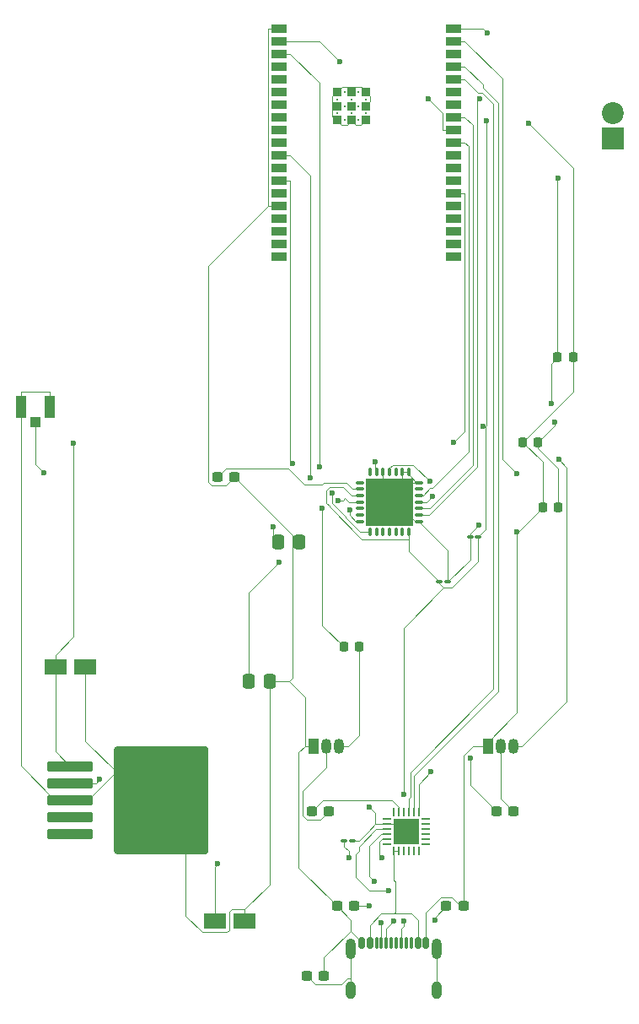
<source format=gbr>
%TF.GenerationSoftware,KiCad,Pcbnew,8.0.4*%
%TF.CreationDate,2025-08-04T00:55:42+05:30*%
%TF.ProjectId,Receiver,52656365-6976-4657-922e-6b696361645f,rev?*%
%TF.SameCoordinates,Original*%
%TF.FileFunction,Copper,L1,Top*%
%TF.FilePolarity,Positive*%
%FSLAX46Y46*%
G04 Gerber Fmt 4.6, Leading zero omitted, Abs format (unit mm)*
G04 Created by KiCad (PCBNEW 8.0.4) date 2025-08-04 00:55:42*
%MOMM*%
%LPD*%
G01*
G04 APERTURE LIST*
G04 Aperture macros list*
%AMRoundRect*
0 Rectangle with rounded corners*
0 $1 Rounding radius*
0 $2 $3 $4 $5 $6 $7 $8 $9 X,Y pos of 4 corners*
0 Add a 4 corners polygon primitive as box body*
4,1,4,$2,$3,$4,$5,$6,$7,$8,$9,$2,$3,0*
0 Add four circle primitives for the rounded corners*
1,1,$1+$1,$2,$3*
1,1,$1+$1,$4,$5*
1,1,$1+$1,$6,$7*
1,1,$1+$1,$8,$9*
0 Add four rect primitives between the rounded corners*
20,1,$1+$1,$2,$3,$4,$5,0*
20,1,$1+$1,$4,$5,$6,$7,0*
20,1,$1+$1,$6,$7,$8,$9,0*
20,1,$1+$1,$8,$9,$2,$3,0*%
G04 Aperture macros list end*
%TA.AperFunction,SMDPad,CuDef*%
%ADD10RoundRect,0.075000X-0.312500X-0.075000X0.312500X-0.075000X0.312500X0.075000X-0.312500X0.075000X0*%
%TD*%
%TA.AperFunction,SMDPad,CuDef*%
%ADD11RoundRect,0.075000X-0.075000X-0.312500X0.075000X-0.312500X0.075000X0.312500X-0.075000X0.312500X0*%
%TD*%
%TA.AperFunction,HeatsinkPad*%
%ADD12R,4.800000X4.800000*%
%TD*%
%TA.AperFunction,SMDPad,CuDef*%
%ADD13RoundRect,0.062500X-0.350000X-0.062500X0.350000X-0.062500X0.350000X0.062500X-0.350000X0.062500X0*%
%TD*%
%TA.AperFunction,SMDPad,CuDef*%
%ADD14RoundRect,0.062500X-0.062500X-0.350000X0.062500X-0.350000X0.062500X0.350000X-0.062500X0.350000X0*%
%TD*%
%TA.AperFunction,HeatsinkPad*%
%ADD15R,2.600000X2.600000*%
%TD*%
%TA.AperFunction,SMDPad,CuDef*%
%ADD16R,1.500000X0.900000*%
%TD*%
%TA.AperFunction,SMDPad,CuDef*%
%ADD17R,0.900000X0.900000*%
%TD*%
%TA.AperFunction,ComponentPad*%
%ADD18C,0.300000*%
%TD*%
%TA.AperFunction,SMDPad,CuDef*%
%ADD19RoundRect,0.250000X-2.050000X-0.300000X2.050000X-0.300000X2.050000X0.300000X-2.050000X0.300000X0*%
%TD*%
%TA.AperFunction,SMDPad,CuDef*%
%ADD20RoundRect,0.250000X-2.025000X-2.375000X2.025000X-2.375000X2.025000X2.375000X-2.025000X2.375000X0*%
%TD*%
%TA.AperFunction,SMDPad,CuDef*%
%ADD21RoundRect,0.250002X-4.449998X-5.149998X4.449998X-5.149998X4.449998X5.149998X-4.449998X5.149998X0*%
%TD*%
%TA.AperFunction,SMDPad,CuDef*%
%ADD22RoundRect,0.237500X0.300000X0.237500X-0.300000X0.237500X-0.300000X-0.237500X0.300000X-0.237500X0*%
%TD*%
%TA.AperFunction,SMDPad,CuDef*%
%ADD23RoundRect,0.237500X-0.300000X-0.237500X0.300000X-0.237500X0.300000X0.237500X-0.300000X0.237500X0*%
%TD*%
%TA.AperFunction,ComponentPad*%
%ADD24R,1.050000X1.500000*%
%TD*%
%TA.AperFunction,ComponentPad*%
%ADD25O,1.050000X1.500000*%
%TD*%
%TA.AperFunction,SMDPad,CuDef*%
%ADD26R,1.050000X1.100000*%
%TD*%
%TA.AperFunction,SMDPad,CuDef*%
%ADD27R,1.100000X2.250000*%
%TD*%
%TA.AperFunction,SMDPad,CuDef*%
%ADD28RoundRect,0.150000X-0.150000X-0.425000X0.150000X-0.425000X0.150000X0.425000X-0.150000X0.425000X0*%
%TD*%
%TA.AperFunction,SMDPad,CuDef*%
%ADD29RoundRect,0.075000X-0.075000X-0.500000X0.075000X-0.500000X0.075000X0.500000X-0.075000X0.500000X0*%
%TD*%
%TA.AperFunction,ComponentPad*%
%ADD30O,1.000000X2.100000*%
%TD*%
%TA.AperFunction,ComponentPad*%
%ADD31O,1.000000X1.800000*%
%TD*%
%TA.AperFunction,ComponentPad*%
%ADD32R,2.200000X2.200000*%
%TD*%
%TA.AperFunction,ComponentPad*%
%ADD33C,2.200000*%
%TD*%
%TA.AperFunction,SMDPad,CuDef*%
%ADD34RoundRect,0.250000X-0.337500X-0.475000X0.337500X-0.475000X0.337500X0.475000X-0.337500X0.475000X0*%
%TD*%
%TA.AperFunction,SMDPad,CuDef*%
%ADD35RoundRect,0.100000X-0.217500X-0.100000X0.217500X-0.100000X0.217500X0.100000X-0.217500X0.100000X0*%
%TD*%
%TA.AperFunction,SMDPad,CuDef*%
%ADD36RoundRect,0.100000X0.217500X0.100000X-0.217500X0.100000X-0.217500X-0.100000X0.217500X-0.100000X0*%
%TD*%
%TA.AperFunction,SMDPad,CuDef*%
%ADD37RoundRect,0.225000X0.225000X0.250000X-0.225000X0.250000X-0.225000X-0.250000X0.225000X-0.250000X0*%
%TD*%
%TA.AperFunction,SMDPad,CuDef*%
%ADD38RoundRect,0.225000X-0.225000X-0.250000X0.225000X-0.250000X0.225000X0.250000X-0.225000X0.250000X0*%
%TD*%
%TA.AperFunction,SMDPad,CuDef*%
%ADD39R,2.200000X1.600000*%
%TD*%
%TA.AperFunction,ViaPad*%
%ADD40C,0.600000*%
%TD*%
%TA.AperFunction,Conductor*%
%ADD41C,0.100000*%
%TD*%
G04 APERTURE END LIST*
D10*
%TO.P,U5,1,RFI_LF*%
%TO.N,unconnected-(U5-RFI_LF-Pad1)*%
X136062500Y-96537500D03*
%TO.P,U5,2,VR_ANA*%
%TO.N,Net-(U5-VR_ANA)*%
X136062500Y-97187500D03*
%TO.P,U5,3,VBAT_ANA*%
%TO.N,Net-(U1-OUT)*%
X136062500Y-97837500D03*
%TO.P,U5,4,VR_DIG*%
%TO.N,Net-(U5-VR_DIG)*%
X136062500Y-98487500D03*
%TO.P,U5,5,XTA*%
%TO.N,unconnected-(U5-XTA-Pad5)*%
X136062500Y-99137500D03*
%TO.P,U5,6,XTB*%
%TO.N,unconnected-(U5-XTB-Pad6)*%
X136062500Y-99787500D03*
%TO.P,U5,7,~{RESET}*%
%TO.N,Net-(U2-IO14)*%
X136062500Y-100437500D03*
D11*
%TO.P,U5,8,DIO0*%
%TO.N,Net-(U2-IO26)*%
X137100000Y-101475000D03*
%TO.P,U5,9,DIO1*%
%TO.N,unconnected-(U5-DIO1-Pad9)*%
X137750000Y-101475000D03*
%TO.P,U5,10,DIO2*%
%TO.N,unconnected-(U5-DIO2-Pad10)*%
X138400000Y-101475000D03*
%TO.P,U5,11,DIO3*%
%TO.N,unconnected-(U5-DIO3-Pad11)*%
X139050000Y-101475000D03*
%TO.P,U5,12,DIO4*%
%TO.N,unconnected-(U5-DIO4-Pad12)*%
X139700000Y-101475000D03*
%TO.P,U5,13,DIO5*%
%TO.N,unconnected-(U5-DIO5-Pad13)*%
X140350000Y-101475000D03*
%TO.P,U5,14,VBAT_DIG*%
%TO.N,Net-(U1-OUT)*%
X141000000Y-101475000D03*
D10*
%TO.P,U5,15,GND*%
%TO.N,GND*%
X142037500Y-100437500D03*
%TO.P,U5,16,SCK*%
%TO.N,Net-(U2-IO18)*%
X142037500Y-99787500D03*
%TO.P,U5,17,MISO*%
%TO.N,Net-(U2-IO19)*%
X142037500Y-99137500D03*
%TO.P,U5,18,MOSI*%
%TO.N,Net-(U2-IO23)*%
X142037500Y-98487500D03*
%TO.P,U5,19,NSS*%
%TO.N,Net-(U2-IO5)*%
X142037500Y-97837500D03*
%TO.P,U5,20,RXTX/RF_MOD*%
%TO.N,unconnected-(U5-RXTX{slash}RF_MOD-Pad20)*%
X142037500Y-97187500D03*
%TO.P,U5,21,GND*%
%TO.N,GND*%
X142037500Y-96537500D03*
D11*
%TO.P,U5,22,GND*%
X141000000Y-95500000D03*
%TO.P,U5,23,GND*%
X140350000Y-95500000D03*
%TO.P,U5,24,VBAT_RF*%
%TO.N,unconnected-(U5-VBAT_RF-Pad24)*%
X139700000Y-95500000D03*
%TO.P,U5,25,VR_PA*%
%TO.N,Net-(U5-VR_PA)*%
X139050000Y-95500000D03*
%TO.P,U5,26,GND*%
%TO.N,GND*%
X138400000Y-95500000D03*
%TO.P,U5,27,PA_BOOST*%
%TO.N,Net-(J5-SIG)*%
X137750000Y-95500000D03*
%TO.P,U5,28,RFO_LF*%
%TO.N,unconnected-(U5-RFO_LF-Pad28)*%
X137100000Y-95500000D03*
D12*
%TO.P,U5,29,GND*%
%TO.N,GND*%
X139050000Y-98487500D03*
%TD*%
D13*
%TO.P,U3,1,~{RI}/CLK*%
%TO.N,unconnected-(U3-~{RI}{slash}CLK-Pad1)*%
X138812500Y-130312500D03*
%TO.P,U3,2,GND*%
%TO.N,GND*%
X138812500Y-130812500D03*
%TO.P,U3,3,D+*%
%TO.N,Net-(U3-D+)*%
X138812500Y-131312500D03*
%TO.P,U3,4,D-*%
%TO.N,Net-(U3-D-)*%
X138812500Y-131812500D03*
%TO.P,U3,5,VIO*%
%TO.N,Net-(U1-OUT)*%
X138812500Y-132312500D03*
%TO.P,U3,6,VDD*%
%TO.N,unconnected-(U3-VDD-Pad6)*%
X138812500Y-132812500D03*
D14*
%TO.P,U3,7,VREGIN*%
%TO.N,Net-(U3-VBUS)*%
X139500000Y-133500000D03*
%TO.P,U3,8,VBUS*%
X140000000Y-133500000D03*
%TO.P,U3,9,~{RST}*%
%TO.N,unconnected-(U3-~{RST}-Pad9)*%
X140500000Y-133500000D03*
%TO.P,U3,10,NC*%
%TO.N,unconnected-(U3-NC-Pad10)*%
X141000000Y-133500000D03*
%TO.P,U3,11,~{WAKEUP}/GPIO.3*%
%TO.N,unconnected-(U3-~{WAKEUP}{slash}GPIO.3-Pad11)*%
X141500000Y-133500000D03*
%TO.P,U3,12,RS485/GPIO.2*%
%TO.N,unconnected-(U3-RS485{slash}GPIO.2-Pad12)*%
X142000000Y-133500000D03*
D13*
%TO.P,U3,13,~{RXT}/GPIO.1*%
%TO.N,unconnected-(U3-~{RXT}{slash}GPIO.1-Pad13)*%
X142687500Y-132812500D03*
%TO.P,U3,14,~{TXT}/GPIO.0*%
%TO.N,unconnected-(U3-~{TXT}{slash}GPIO.0-Pad14)*%
X142687500Y-132312500D03*
%TO.P,U3,15,~{SUSPEND}*%
%TO.N,unconnected-(U3-~{SUSPEND}-Pad15)*%
X142687500Y-131812500D03*
%TO.P,U3,16,NC*%
%TO.N,unconnected-(U3-NC-Pad16)*%
X142687500Y-131312500D03*
%TO.P,U3,17,SUSPEND*%
%TO.N,unconnected-(U3-SUSPEND-Pad17)*%
X142687500Y-130812500D03*
%TO.P,U3,18,~{CTS}*%
%TO.N,unconnected-(U3-~{CTS}-Pad18)*%
X142687500Y-130312500D03*
D14*
%TO.P,U3,19,~{RTS}*%
%TO.N,Net-(U3-~{RTS})*%
X142000000Y-129625000D03*
%TO.P,U3,20,RXD*%
%TO.N,Net-(U2-TXD0)*%
X141500000Y-129625000D03*
%TO.P,U3,21,TXD*%
%TO.N,Net-(U2-RXD0)*%
X141000000Y-129625000D03*
%TO.P,U3,22,~{DSR}*%
%TO.N,unconnected-(U3-~{DSR}-Pad22)*%
X140500000Y-129625000D03*
%TO.P,U3,23,~{DTR}*%
%TO.N,Net-(U3-~{DTR})*%
X140000000Y-129625000D03*
%TO.P,U3,24,~{DCD}*%
%TO.N,unconnected-(U3-~{DCD}-Pad24)*%
X139500000Y-129625000D03*
D15*
%TO.P,U3,25,GND*%
%TO.N,GND*%
X140750000Y-131562500D03*
%TD*%
D16*
%TO.P,U2,1,GND*%
%TO.N,GND*%
X128000000Y-51000000D03*
%TO.P,U2,2,3V3*%
%TO.N,Net-(U1-OUT)*%
X128000000Y-52270000D03*
%TO.P,U2,3,EN*%
%TO.N,Net-(U2-EN)*%
X128000000Y-53540000D03*
%TO.P,U2,4,SENSOR_VP*%
%TO.N,unconnected-(U2-SENSOR_VP-Pad4)*%
X128000000Y-54810000D03*
%TO.P,U2,5,SENSOR_VN*%
%TO.N,unconnected-(U2-SENSOR_VN-Pad5)*%
X128000000Y-56080000D03*
%TO.P,U2,6,IO34*%
%TO.N,unconnected-(U2-IO34-Pad6)*%
X128000000Y-57350000D03*
%TO.P,U2,7,IO35*%
%TO.N,unconnected-(U2-IO35-Pad7)*%
X128000000Y-58620000D03*
%TO.P,U2,8,IO32*%
%TO.N,unconnected-(U2-IO32-Pad8)*%
X128000000Y-59890000D03*
%TO.P,U2,9,IO33*%
%TO.N,unconnected-(U2-IO33-Pad9)*%
X128000000Y-61160000D03*
%TO.P,U2,10,IO25*%
%TO.N,unconnected-(U2-IO25-Pad10)*%
X128000000Y-62430000D03*
%TO.P,U2,11,IO26*%
%TO.N,Net-(U2-IO26)*%
X128000000Y-63700000D03*
%TO.P,U2,12,IO27*%
%TO.N,unconnected-(U2-IO27-Pad12)*%
X128000000Y-64970000D03*
%TO.P,U2,13,IO14*%
%TO.N,Net-(U2-IO14)*%
X128000000Y-66240000D03*
%TO.P,U2,14,IO12*%
%TO.N,unconnected-(U2-IO12-Pad14)*%
X128000000Y-67510000D03*
%TO.P,U2,15,GND*%
%TO.N,GND*%
X128000000Y-68780000D03*
%TO.P,U2,16,IO13*%
%TO.N,unconnected-(U2-IO13-Pad16)*%
X128000000Y-70050000D03*
%TO.P,U2,17,NC*%
%TO.N,unconnected-(U2-NC-Pad17)*%
X128000000Y-71320000D03*
%TO.P,U2,18,NC*%
%TO.N,unconnected-(U2-NC-Pad18)*%
X128000000Y-72590000D03*
%TO.P,U2,19,NC*%
%TO.N,unconnected-(U2-NC-Pad19)*%
X128000000Y-73860000D03*
%TO.P,U2,20,NC*%
%TO.N,unconnected-(U2-NC-Pad20)*%
X145500000Y-73860000D03*
%TO.P,U2,21,NC*%
%TO.N,unconnected-(U2-NC-Pad21)*%
X145500000Y-72590000D03*
%TO.P,U2,22,NC*%
%TO.N,unconnected-(U2-NC-Pad22)*%
X145500000Y-71320000D03*
%TO.P,U2,23,IO15*%
%TO.N,unconnected-(U2-IO15-Pad23)*%
X145500000Y-70050000D03*
%TO.P,U2,24,IO2*%
%TO.N,unconnected-(U2-IO2-Pad24)*%
X145500000Y-68780000D03*
%TO.P,U2,25,IO0*%
%TO.N,Net-(Q1-C)*%
X145500000Y-67510000D03*
%TO.P,U2,26,IO4*%
%TO.N,unconnected-(U2-IO4-Pad26)*%
X145500000Y-66240000D03*
%TO.P,U2,27,NC*%
%TO.N,unconnected-(U2-NC-Pad27)*%
X145500000Y-64970000D03*
%TO.P,U2,28,NC*%
%TO.N,unconnected-(U2-NC-Pad28)*%
X145500000Y-63700000D03*
%TO.P,U2,29,IO5*%
%TO.N,Net-(U2-IO5)*%
X145500000Y-62430000D03*
%TO.P,U2,30,IO18*%
%TO.N,Net-(U2-IO18)*%
X145500000Y-61160000D03*
%TO.P,U2,31,IO19*%
%TO.N,Net-(U2-IO19)*%
X145500000Y-59890000D03*
%TO.P,U2,32,NC*%
%TO.N,unconnected-(U2-NC-Pad32)*%
X145500000Y-58620000D03*
%TO.P,U2,33,IO21*%
%TO.N,unconnected-(U2-IO21-Pad33)*%
X145500000Y-57350000D03*
%TO.P,U2,34,RXD0*%
%TO.N,Net-(U2-RXD0)*%
X145500000Y-56080000D03*
%TO.P,U2,35,TXD0*%
%TO.N,Net-(U2-TXD0)*%
X145500000Y-54810000D03*
%TO.P,U2,36,IO22*%
%TO.N,unconnected-(U2-IO22-Pad36)*%
X145500000Y-53540000D03*
%TO.P,U2,37,IO23*%
%TO.N,Net-(U2-IO23)*%
X145500000Y-52270000D03*
%TO.P,U2,38,GND*%
%TO.N,GND*%
X145500000Y-51000000D03*
D17*
%TO.P,U2,39_1,EXP*%
%TO.N,Net-(U2-EXP-Pad39_1)*%
X133850000Y-57400000D03*
%TO.P,U2,39_2,EXP*%
X135250000Y-57400000D03*
%TO.P,U2,39_3,EXP*%
X136650000Y-57400000D03*
%TO.P,U2,39_4,EXP*%
X133850000Y-58800000D03*
%TO.P,U2,39_5,EXP*%
X135250000Y-58800000D03*
%TO.P,U2,39_6,EXP*%
X136650000Y-58800000D03*
%TO.P,U2,39_7,EXP*%
X133850000Y-60200000D03*
%TO.P,U2,39_8,EXP*%
X135250000Y-60200000D03*
%TO.P,U2,39_9,EXP*%
X136650000Y-60200000D03*
D18*
%TO.P,U2,40*%
%TO.N,N/C*%
X134550000Y-57400000D03*
%TO.P,U2,41*%
X135950000Y-57400000D03*
%TO.P,U2,42*%
X133850000Y-58100000D03*
%TO.P,U2,43*%
X135250000Y-58100000D03*
%TO.P,U2,44*%
X136650000Y-58100000D03*
%TO.P,U2,45*%
X134550000Y-58800000D03*
%TO.P,U2,46*%
X135950000Y-58800000D03*
%TO.P,U2,47*%
X133850000Y-59500000D03*
%TO.P,U2,48*%
X135250000Y-59500000D03*
%TO.P,U2,49*%
X136650000Y-59500000D03*
%TO.P,U2,50*%
X134550000Y-60200000D03*
%TO.P,U2,51*%
X135950000Y-60200000D03*
%TD*%
D19*
%TO.P,U1,1,VIN*%
%TO.N,+12V*%
X107000000Y-125000000D03*
%TO.P,U1,2,OUT*%
%TO.N,Net-(U1-OUT)*%
X107000000Y-126700000D03*
%TO.P,U1,3,GND*%
%TO.N,GND*%
X107000000Y-128400000D03*
D20*
X113725000Y-125625000D03*
X113725000Y-131175000D03*
D21*
X116150000Y-128400000D03*
D20*
X118575000Y-125625000D03*
X118575000Y-131175000D03*
D19*
%TO.P,U1,4,FB*%
%TO.N,unconnected-(U1-FB-Pad4)*%
X107000000Y-130100000D03*
%TO.P,U1,5,~{ON}/OFF*%
%TO.N,unconnected-(U1-~{ON}{slash}OFF-Pad5)*%
X107000000Y-131800000D03*
%TD*%
D22*
%TO.P,R5,1*%
%TO.N,Net-(J4-CC1)*%
X135500000Y-139000000D03*
%TO.P,R5,2*%
%TO.N,GND*%
X133775000Y-139000000D03*
%TD*%
D23*
%TO.P,R4,1*%
%TO.N,Net-(J4-CC2)*%
X144775000Y-139000000D03*
%TO.P,R4,2*%
%TO.N,GND*%
X146500000Y-139000000D03*
%TD*%
%TO.P,R3,1*%
%TO.N,Net-(U3-~{DTR})*%
X131275000Y-129500000D03*
%TO.P,R3,2*%
%TO.N,Net-(Q2-B)*%
X133000000Y-129500000D03*
%TD*%
%TO.P,R2,1*%
%TO.N,Net-(U3-~{RTS})*%
X149775000Y-129500000D03*
%TO.P,R2,2*%
%TO.N,Net-(Q1-B)*%
X151500000Y-129500000D03*
%TD*%
D24*
%TO.P,Q2,1,E*%
%TO.N,GND*%
X131460000Y-123000000D03*
D25*
%TO.P,Q2,2,B*%
%TO.N,Net-(Q2-B)*%
X132730000Y-123000000D03*
%TO.P,Q2,3,C*%
%TO.N,Net-(Q2-C)*%
X134000000Y-123000000D03*
%TD*%
D24*
%TO.P,Q1,1,E*%
%TO.N,GND*%
X148960000Y-123000000D03*
D25*
%TO.P,Q1,2,B*%
%TO.N,Net-(Q1-B)*%
X150230000Y-123000000D03*
%TO.P,Q1,3,C*%
%TO.N,Net-(Q1-C)*%
X151500000Y-123000000D03*
%TD*%
D26*
%TO.P,J5,3,SIG*%
%TO.N,Net-(J5-SIG)*%
X103500000Y-90500000D03*
D27*
%TO.P,J5,2,GND*%
%TO.N,GND*%
X104975000Y-88950000D03*
%TO.P,J5,1,GND*%
X102025000Y-88950000D03*
%TD*%
D28*
%TO.P,J4,A1,GND*%
%TO.N,GND*%
X136300000Y-142745000D03*
%TO.P,J4,A4,VBUS*%
%TO.N,Net-(U3-VBUS)*%
X137100000Y-142745000D03*
D29*
%TO.P,J4,A5,CC1*%
%TO.N,Net-(J4-CC1)*%
X138250000Y-142745000D03*
%TO.P,J4,A6,D+*%
%TO.N,Net-(U3-D+)*%
X139250000Y-142745000D03*
%TO.P,J4,A7,D-*%
%TO.N,Net-(U3-D-)*%
X139750000Y-142745000D03*
%TO.P,J4,A8,SBU1*%
%TO.N,unconnected-(J4-SBU1-PadA8)*%
X140750000Y-142745000D03*
D28*
%TO.P,J4,A9,VBUS*%
%TO.N,Net-(U3-VBUS)*%
X141900000Y-142745000D03*
%TO.P,J4,A12,GND*%
%TO.N,GND*%
X142700000Y-142745000D03*
%TO.P,J4,B1,GND*%
X142700000Y-142745000D03*
%TO.P,J4,B4,VBUS*%
%TO.N,Net-(U3-VBUS)*%
X141900000Y-142745000D03*
D29*
%TO.P,J4,B5,CC2*%
%TO.N,Net-(J4-CC2)*%
X141250000Y-142745000D03*
%TO.P,J4,B6,D+*%
%TO.N,Net-(U3-D+)*%
X140250000Y-142745000D03*
%TO.P,J4,B7,D-*%
%TO.N,Net-(U3-D-)*%
X138750000Y-142745000D03*
%TO.P,J4,B8,SBU2*%
%TO.N,unconnected-(J4-SBU2-PadB8)*%
X137750000Y-142745000D03*
D28*
%TO.P,J4,B9,VBUS*%
%TO.N,Net-(U3-VBUS)*%
X137100000Y-142745000D03*
%TO.P,J4,B12,GND*%
%TO.N,GND*%
X136300000Y-142745000D03*
D30*
%TO.P,J4,S1,SHIELD*%
%TO.N,Net-(J4-SHIELD)*%
X135180000Y-143320000D03*
D31*
X135180000Y-147500000D03*
D30*
X143820000Y-143320000D03*
D31*
X143820000Y-147500000D03*
%TD*%
D32*
%TO.P,J1,1,Pin_1*%
%TO.N,+12V*%
X161500000Y-62000000D03*
D33*
%TO.P,J1,2,Pin_2*%
%TO.N,GND*%
X161500000Y-59460000D03*
%TD*%
D34*
%TO.P,C13,2*%
%TO.N,GND*%
X127000000Y-116500000D03*
%TO.P,C13,1*%
%TO.N,Net-(U5-VR_PA)*%
X124925000Y-116500000D03*
%TD*%
%TO.P,C12,2*%
%TO.N,GND*%
X130000000Y-102500000D03*
%TO.P,C12,1*%
%TO.N,Net-(U5-VR_DIG)*%
X127925000Y-102500000D03*
%TD*%
D23*
%TO.P,C11,2*%
%TO.N,GND*%
X123500000Y-96000000D03*
%TO.P,C11,1*%
%TO.N,Net-(U5-VR_ANA)*%
X121775000Y-96000000D03*
%TD*%
D35*
%TO.P,C10,2*%
%TO.N,GND*%
X135340000Y-132500000D03*
%TO.P,C10,1*%
%TO.N,Net-(U1-OUT)*%
X134525000Y-132500000D03*
%TD*%
D36*
%TO.P,C9,2*%
%TO.N,GND*%
X147160000Y-102000000D03*
%TO.P,C9,1*%
%TO.N,Net-(U1-OUT)*%
X147975000Y-102000000D03*
%TD*%
D37*
%TO.P,C8,1*%
%TO.N,Net-(U1-OUT)*%
X154000000Y-92500000D03*
%TO.P,C8,2*%
%TO.N,GND*%
X152450000Y-92500000D03*
%TD*%
D35*
%TO.P,C7,2*%
%TO.N,GND*%
X144907500Y-106500000D03*
%TO.P,C7,1*%
%TO.N,Net-(U1-OUT)*%
X144092500Y-106500000D03*
%TD*%
D38*
%TO.P,C6,1*%
%TO.N,Net-(U2-EN)*%
X134450000Y-113000000D03*
%TO.P,C6,2*%
%TO.N,Net-(Q2-C)*%
X136000000Y-113000000D03*
%TD*%
D23*
%TO.P,C5,1*%
%TO.N,Net-(J4-SHIELD)*%
X130775000Y-146000000D03*
%TO.P,C5,2*%
%TO.N,GND*%
X132500000Y-146000000D03*
%TD*%
D37*
%TO.P,C4,1*%
%TO.N,Net-(U1-OUT)*%
X156000000Y-99000000D03*
%TO.P,C4,2*%
%TO.N,GND*%
X154450000Y-99000000D03*
%TD*%
D39*
%TO.P,C3,1*%
%TO.N,Net-(U1-OUT)*%
X121500000Y-140500000D03*
%TO.P,C3,2*%
%TO.N,GND*%
X124500000Y-140500000D03*
%TD*%
%TO.P,C2,1*%
%TO.N,+12V*%
X105500000Y-115000000D03*
%TO.P,C2,2*%
%TO.N,GND*%
X108500000Y-115000000D03*
%TD*%
D38*
%TO.P,C1,1*%
%TO.N,+12V*%
X155950000Y-84000000D03*
%TO.P,C1,2*%
%TO.N,GND*%
X157500000Y-84000000D03*
%TD*%
D40*
%TO.N,+12V*%
X156000000Y-66000000D03*
%TO.N,Net-(U3-D-)*%
X139500000Y-140500000D03*
X137500000Y-136500000D03*
%TO.N,Net-(U3-D+)*%
X140500000Y-140500000D03*
%TO.N,Net-(J4-CC1)*%
X138209620Y-140709620D03*
X137000000Y-139000000D03*
%TO.N,Net-(U2-IO26)*%
X131139000Y-96085300D03*
X133331900Y-97624300D03*
%TO.N,Net-(U2-IO23)*%
X151882000Y-95673800D03*
X143402000Y-97900100D03*
%TO.N,Net-(U2-IO14)*%
X135053100Y-99276800D03*
X129289700Y-94609300D03*
%TO.N,Net-(U2-IO18)*%
X142970800Y-58078200D03*
X148088100Y-58078200D03*
%TO.N,Net-(U3-~{RTS})*%
X147198800Y-124177600D03*
X143233600Y-125568000D03*
%TO.N,Net-(Q1-C)*%
X156053500Y-94245400D03*
X145503900Y-92473200D03*
%TO.N,Net-(J5-SIG)*%
X104355600Y-95578600D03*
X137606800Y-94483000D03*
%TO.N,Net-(J4-CC2)*%
X143634000Y-140396700D03*
%TO.N,Net-(U3-D+)*%
X138984300Y-137500000D03*
%TO.N,Net-(U5-VR_PA)*%
X143093700Y-96424800D03*
X127957700Y-104559700D03*
%TO.N,Net-(U5-VR_DIG)*%
X127382700Y-101003900D03*
X133916700Y-98314800D03*
%TO.N,Net-(U2-EN)*%
X132013400Y-94998300D03*
X132302000Y-99156200D03*
%TO.N,Net-(U1-OUT)*%
X155679100Y-90505300D03*
X148496300Y-90931300D03*
X121794100Y-134780600D03*
X135000000Y-134151100D03*
X109978400Y-126289300D03*
X140489000Y-127800000D03*
X138277700Y-134151100D03*
X134059600Y-54319200D03*
X148837600Y-60213400D03*
%TO.N,+12V*%
X155307000Y-88650000D03*
X107326000Y-92631500D03*
%TO.N,GND*%
X153000000Y-60500000D03*
X148911600Y-51427800D03*
X148053400Y-100803500D03*
X151882000Y-101472800D03*
X137030000Y-129075900D03*
%TD*%
D41*
%TO.N,+12V*%
X155950000Y-66050000D02*
X156000000Y-66000000D01*
X155950000Y-84000000D02*
X155950000Y-66050000D01*
%TO.N,GND*%
X157500000Y-65000000D02*
X157500000Y-84000000D01*
X153000000Y-60500000D02*
X157500000Y-65000000D01*
%TO.N,Net-(U3-D-)*%
X138750000Y-141250000D02*
X138750000Y-142745000D01*
X139500000Y-140500000D02*
X138750000Y-141250000D01*
%TO.N,Net-(U3-D+)*%
X140500000Y-141000000D02*
X140250000Y-141250000D01*
X140500000Y-140500000D02*
X140500000Y-141000000D01*
X140250000Y-141250000D02*
X140250000Y-142745000D01*
%TO.N,Net-(U3-D-)*%
X137000000Y-136000000D02*
X137500000Y-136500000D01*
X137000000Y-133036214D02*
X137000000Y-136000000D01*
X137018107Y-133018107D02*
X137000000Y-133036214D01*
X138223714Y-131812500D02*
X137018107Y-133018107D01*
X138812500Y-131812500D02*
X138223714Y-131812500D01*
%TO.N,Net-(U3-D+)*%
X136000000Y-133040686D02*
X137728186Y-131312500D01*
X136000000Y-133500000D02*
X136000000Y-133040686D01*
X135650000Y-133850000D02*
X136000000Y-133500000D01*
X137000000Y-137500000D02*
X135650000Y-136150000D01*
X138984300Y-137500000D02*
X137000000Y-137500000D01*
X135650000Y-136150000D02*
X135650000Y-133850000D01*
X137728186Y-131312500D02*
X138812500Y-131312500D01*
%TO.N,Net-(U1-OUT)*%
X134525000Y-133025000D02*
X134525000Y-132500000D01*
X135000000Y-133500000D02*
X134525000Y-133025000D01*
X135000000Y-134151100D02*
X135000000Y-133500000D01*
%TO.N,GND*%
X135975000Y-132500000D02*
X135340000Y-132500000D01*
%TO.N,Net-(J4-CC1)*%
X138209620Y-140709620D02*
X138250000Y-140750000D01*
X138250000Y-140750000D02*
X138250000Y-142745000D01*
%TO.N,Net-(U3-VBUS)*%
X141290200Y-139790200D02*
X139495100Y-139790200D01*
X141900000Y-140400000D02*
X141290200Y-139790200D01*
X141900000Y-142745000D02*
X141900000Y-140400000D01*
X137100000Y-140900000D02*
X137100000Y-142745000D01*
X138209800Y-139790200D02*
X137100000Y-140900000D01*
X139495100Y-139790200D02*
X138209800Y-139790200D01*
X139500000Y-136433700D02*
X139500000Y-133500000D01*
X139634300Y-139651000D02*
X139634300Y-136568000D01*
X139495100Y-139790200D02*
X139634300Y-139651000D01*
X139634300Y-136568000D02*
X139500000Y-136433700D01*
%TO.N,Net-(J4-CC1)*%
X135500000Y-139000000D02*
X137000000Y-139000000D01*
%TO.N,Net-(U2-IO26)*%
X131139000Y-65737300D02*
X131139000Y-96085300D01*
X129101700Y-63700000D02*
X131139000Y-65737300D01*
X128000000Y-63700000D02*
X129101700Y-63700000D01*
X136094900Y-101475000D02*
X137100000Y-101475000D01*
X134651400Y-100031500D02*
X136094900Y-101475000D01*
X134651400Y-99971100D02*
X134651400Y-100031500D01*
X133265000Y-98584700D02*
X134651400Y-99971100D01*
X133265000Y-97691200D02*
X133265000Y-98584700D01*
X133331900Y-97624300D02*
X133265000Y-97691200D01*
%TO.N,Net-(U2-IO23)*%
X150390500Y-94182300D02*
X151882000Y-95673800D01*
X150390500Y-56058800D02*
X150390500Y-94182300D01*
X146601700Y-52270000D02*
X150390500Y-56058800D01*
X145500000Y-52270000D02*
X146601700Y-52270000D01*
X142814600Y-98487500D02*
X143402000Y-97900100D01*
X142037500Y-98487500D02*
X142814600Y-98487500D01*
%TO.N,Net-(U2-RXD0)*%
X145500000Y-56080000D02*
X146601700Y-56080000D01*
X147948200Y-57426500D02*
X146601700Y-56080000D01*
X148358100Y-57426500D02*
X147948200Y-57426500D01*
X149510300Y-58578700D02*
X148358100Y-57426500D01*
X149510300Y-117241800D02*
X149510300Y-58578700D01*
X141140700Y-125611400D02*
X149510300Y-117241800D01*
X141140700Y-128070000D02*
X141140700Y-125611400D01*
X141000000Y-128210700D02*
X141140700Y-128070000D01*
X141000000Y-129625000D02*
X141000000Y-128210700D01*
%TO.N,Net-(U2-IO14)*%
X135053100Y-99806900D02*
X135053100Y-99276800D01*
X135683700Y-100437500D02*
X135053100Y-99806900D01*
X136062500Y-100437500D02*
X135683700Y-100437500D01*
X129101700Y-94421300D02*
X129289700Y-94609300D01*
X129101700Y-66240000D02*
X129101700Y-94421300D01*
X128000000Y-66240000D02*
X129101700Y-66240000D01*
%TO.N,Net-(U2-IO18)*%
X144398300Y-59505700D02*
X142970800Y-58078200D01*
X144398300Y-61160000D02*
X144398300Y-59505700D01*
X145500000Y-61160000D02*
X144398300Y-61160000D01*
X143005500Y-99787500D02*
X142037500Y-99787500D01*
X147844600Y-94948400D02*
X143005500Y-99787500D01*
X147844600Y-58321700D02*
X147844600Y-94948400D01*
X148088100Y-58078200D02*
X147844600Y-58321700D01*
%TO.N,Net-(U2-TXD0)*%
X145500000Y-54810000D02*
X146601700Y-54810000D01*
X148431400Y-56639700D02*
X146601700Y-54810000D01*
X148431400Y-56931800D02*
X148431400Y-56639700D01*
X148431500Y-56931800D02*
X148431400Y-56931800D01*
X149988800Y-58489100D02*
X148431500Y-56931800D01*
X149988800Y-117486600D02*
X149988800Y-58489100D01*
X141542400Y-125933000D02*
X149988800Y-117486600D01*
X141542400Y-128236400D02*
X141542400Y-125933000D01*
X141500000Y-128278800D02*
X141542400Y-128236400D01*
X141500000Y-129625000D02*
X141500000Y-128278800D01*
%TO.N,Net-(U2-IO5)*%
X145500000Y-62430000D02*
X146601700Y-62430000D01*
X147003400Y-62831700D02*
X146601700Y-62430000D01*
X147003400Y-93456200D02*
X147003400Y-62831700D01*
X143383100Y-97076500D02*
X147003400Y-93456200D01*
X143168500Y-97076500D02*
X143383100Y-97076500D01*
X142407500Y-97837500D02*
X143168500Y-97076500D01*
X142037500Y-97837500D02*
X142407500Y-97837500D01*
%TO.N,Net-(U2-EXP-Pad39_1)*%
X133850000Y-60292500D02*
X133850000Y-60200000D01*
X134264800Y-60707300D02*
X133850000Y-60292500D01*
X134837300Y-60707300D02*
X134264800Y-60707300D01*
X135250000Y-60294600D02*
X134837300Y-60707300D01*
X135663300Y-60707900D02*
X135250000Y-60294600D01*
X136159100Y-60707900D02*
X135663300Y-60707900D01*
X136650000Y-60217000D02*
X136159100Y-60707900D01*
X136650000Y-60200000D02*
X136650000Y-60217000D01*
X135250000Y-60294600D02*
X135250000Y-60200000D01*
X133850000Y-58800000D02*
X133343400Y-58800000D01*
X133709000Y-57400000D02*
X133850000Y-57400000D01*
X133343400Y-57765600D02*
X133709000Y-57400000D01*
X133343400Y-58800000D02*
X133343400Y-57765600D01*
X134340900Y-56892100D02*
X135250000Y-56892100D01*
X133850000Y-57383000D02*
X134340900Y-56892100D01*
X133850000Y-57400000D02*
X133850000Y-57383000D01*
X135250000Y-56892100D02*
X135250000Y-57400000D01*
X136650000Y-57284500D02*
X136650000Y-57400000D01*
X136257600Y-56892100D02*
X136650000Y-57284500D01*
X135250000Y-56892100D02*
X136257600Y-56892100D01*
X136744400Y-57400000D02*
X136650000Y-57400000D01*
X137156700Y-57812300D02*
X136744400Y-57400000D01*
X137156700Y-58306900D02*
X137156700Y-57812300D01*
X136663600Y-58800000D02*
X137156700Y-58306900D01*
X136650000Y-58800000D02*
X136663600Y-58800000D01*
X133343400Y-59798800D02*
X133343400Y-58800000D01*
X133744600Y-60200000D02*
X133343400Y-59798800D01*
X133850000Y-60200000D02*
X133744600Y-60200000D01*
%TO.N,Net-(U2-IO19)*%
X145500000Y-59890000D02*
X146601700Y-59890000D01*
X147405100Y-60693400D02*
X146601700Y-59890000D01*
X147405100Y-94818700D02*
X147405100Y-60693400D01*
X143086300Y-99137500D02*
X147405100Y-94818700D01*
X142037500Y-99137500D02*
X143086300Y-99137500D01*
%TO.N,Net-(U3-~{DTR})*%
X132350800Y-128424200D02*
X131275000Y-129500000D01*
X139319300Y-128424200D02*
X132350800Y-128424200D01*
X140000000Y-129104900D02*
X139319300Y-128424200D01*
X140000000Y-129625000D02*
X140000000Y-129104900D01*
%TO.N,Net-(U3-~{RTS})*%
X147198800Y-126923800D02*
X147198800Y-124177600D01*
X149775000Y-129500000D02*
X147198800Y-126923800D01*
X142000000Y-126801600D02*
X142000000Y-129625000D01*
X143233600Y-125568000D02*
X142000000Y-126801600D01*
%TO.N,Net-(Q2-B)*%
X132730000Y-125082500D02*
X132730000Y-123000000D01*
X130361100Y-127451400D02*
X132730000Y-125082500D01*
X130361100Y-129963600D02*
X130361100Y-127451400D01*
X130758300Y-130360800D02*
X130361100Y-129963600D01*
X132139200Y-130360800D02*
X130758300Y-130360800D01*
X133000000Y-129500000D02*
X132139200Y-130360800D01*
%TO.N,Net-(Q1-B)*%
X150230000Y-128230000D02*
X151500000Y-129500000D01*
X150230000Y-123000000D02*
X150230000Y-128230000D01*
%TO.N,Net-(Q1-C)*%
X156842500Y-95034400D02*
X156053500Y-94245400D01*
X156842500Y-118534200D02*
X156842500Y-95034400D01*
X152376700Y-123000000D02*
X156842500Y-118534200D01*
X151500000Y-123000000D02*
X152376700Y-123000000D01*
X146601700Y-91375400D02*
X146601700Y-67510000D01*
X145503900Y-92473200D02*
X146601700Y-91375400D01*
X145500000Y-67510000D02*
X146601700Y-67510000D01*
%TO.N,Net-(J5-SIG)*%
X103500000Y-94723000D02*
X103500000Y-90500000D01*
X104355600Y-95578600D02*
X103500000Y-94723000D01*
X137606800Y-95356800D02*
X137750000Y-95500000D01*
X137606800Y-94483000D02*
X137606800Y-95356800D01*
%TO.N,Net-(J4-CC2)*%
X143634000Y-140141000D02*
X144775000Y-139000000D01*
X143634000Y-140396700D02*
X143634000Y-140141000D01*
%TO.N,Net-(U3-VBUS)*%
X139500000Y-133500000D02*
X140000000Y-133500000D01*
%TO.N,Net-(U5-VR_PA)*%
X141427100Y-94758200D02*
X143093700Y-96424800D01*
X139365800Y-94758200D02*
X141427100Y-94758200D01*
X139050000Y-95074000D02*
X139365800Y-94758200D01*
X139050000Y-95500000D02*
X139050000Y-95074000D01*
X124925000Y-107592400D02*
X127957700Y-104559700D01*
X124925000Y-116500000D02*
X124925000Y-107592400D01*
%TO.N,Net-(U5-VR_DIG)*%
X127382700Y-101957700D02*
X127382700Y-101003900D01*
X127925000Y-102500000D02*
X127382700Y-101957700D01*
X134985300Y-98487500D02*
X134594600Y-98096800D01*
X136062500Y-98487500D02*
X134985300Y-98487500D01*
X134376600Y-98314800D02*
X133916700Y-98314800D01*
X134594600Y-98096800D02*
X134376600Y-98314800D01*
%TO.N,Net-(U5-VR_ANA)*%
X135361400Y-97187500D02*
X136062500Y-97187500D01*
X134744800Y-96570900D02*
X135361400Y-97187500D01*
X132466100Y-96570900D02*
X134744800Y-96570900D01*
X132262400Y-96774600D02*
X132466100Y-96570900D01*
X130533400Y-96774600D02*
X132262400Y-96774600D01*
X128922400Y-95163600D02*
X130533400Y-96774600D01*
X122611400Y-95163600D02*
X128922400Y-95163600D01*
X121775000Y-96000000D02*
X122611400Y-95163600D01*
%TO.N,Net-(Q2-C)*%
X136000000Y-121876700D02*
X134876700Y-123000000D01*
X136000000Y-113000000D02*
X136000000Y-121876700D01*
X134000000Y-123000000D02*
X134876700Y-123000000D01*
%TO.N,Net-(U2-EN)*%
X132302000Y-110852000D02*
X134450000Y-113000000D01*
X132302000Y-99156200D02*
X132302000Y-110852000D01*
X128000000Y-53540000D02*
X129101700Y-53540000D01*
X132013400Y-56451700D02*
X132013400Y-94998300D01*
X129101700Y-53540000D02*
X132013400Y-56451700D01*
%TO.N,Net-(J4-SHIELD)*%
X143820000Y-147500000D02*
X143820000Y-143320000D01*
X135180000Y-147500000D02*
X135180000Y-146248300D01*
X135180000Y-146248300D02*
X135180000Y-143320000D01*
X131616300Y-146841300D02*
X130775000Y-146000000D01*
X134234200Y-146841300D02*
X131616300Y-146841300D01*
X134827200Y-146248300D02*
X134234200Y-146841300D01*
X135180000Y-146248300D02*
X134827200Y-146248300D01*
%TO.N,Net-(U1-OUT)*%
X155679100Y-90820900D02*
X155679100Y-90505300D01*
X154000000Y-92500000D02*
X155679100Y-90820900D01*
X109567700Y-126700000D02*
X109978400Y-126289300D01*
X107000000Y-126700000D02*
X109567700Y-126700000D01*
X145327800Y-107086600D02*
X144503900Y-107086600D01*
X147975000Y-104439400D02*
X145327800Y-107086600D01*
X147975000Y-102000000D02*
X147975000Y-104439400D01*
X140489000Y-111101500D02*
X140489000Y-127800000D01*
X144503900Y-107086600D02*
X140489000Y-111101500D01*
X144092500Y-106675200D02*
X144503900Y-107086600D01*
X144092500Y-106500000D02*
X144092500Y-106675200D01*
X121500000Y-135074700D02*
X121794100Y-134780600D01*
X121500000Y-140500000D02*
X121500000Y-135074700D01*
X155999900Y-99000000D02*
X156000000Y-99000000D01*
X155999900Y-95115500D02*
X155999900Y-99000000D01*
X154000000Y-93115600D02*
X155999900Y-95115500D01*
X154000000Y-92500000D02*
X154000000Y-93115600D01*
X138289400Y-132312500D02*
X138812500Y-132312500D01*
X138046200Y-132555700D02*
X138289400Y-132312500D01*
X138046200Y-133919600D02*
X138046200Y-132555700D01*
X138277700Y-134151100D02*
X138046200Y-133919600D01*
X132010400Y-52270000D02*
X134059600Y-54319200D01*
X128000000Y-52270000D02*
X132010400Y-52270000D01*
X148752300Y-101222700D02*
X148752300Y-90931300D01*
X147975000Y-102000000D02*
X148752300Y-101222700D01*
X148837600Y-90846000D02*
X148752300Y-90931300D01*
X148837600Y-60213400D02*
X148837600Y-90846000D01*
X148752300Y-90931300D02*
X148496300Y-90931300D01*
X141000000Y-103407500D02*
X144092500Y-106500000D01*
X141000000Y-102252100D02*
X141000000Y-103407500D01*
X141000000Y-101475000D02*
X141000000Y-102252100D01*
X136303800Y-102252100D02*
X141000000Y-102252100D01*
X133011000Y-98959300D02*
X136303800Y-102252100D01*
X133011000Y-98898800D02*
X133011000Y-98959300D01*
X132680200Y-98568000D02*
X133011000Y-98898800D01*
X132680200Y-97354400D02*
X132680200Y-98568000D01*
X133062000Y-96972600D02*
X132680200Y-97354400D01*
X134412100Y-96972600D02*
X133062000Y-96972600D01*
X135277000Y-97837500D02*
X134412100Y-96972600D01*
X136062500Y-97837500D02*
X135277000Y-97837500D01*
%TO.N,+12V*%
X155307000Y-84643000D02*
X155950000Y-84000000D01*
X155307000Y-88650000D02*
X155307000Y-84643000D01*
X105500000Y-123500000D02*
X105500000Y-115000000D01*
X107000000Y-125000000D02*
X105500000Y-123500000D01*
X105500000Y-115000000D02*
X105500000Y-113848300D01*
X107326000Y-112022300D02*
X107326000Y-92631500D01*
X105500000Y-113848300D02*
X107326000Y-112022300D01*
%TO.N,GND*%
X124500000Y-140500000D02*
X124500000Y-139348300D01*
X116150000Y-128400000D02*
X113725000Y-128400000D01*
X113725000Y-125625000D02*
X113725000Y-128400000D01*
X113725000Y-128400000D02*
X113725000Y-131175000D01*
X131460000Y-123000000D02*
X130583300Y-123000000D01*
X116150000Y-128050000D02*
X118575000Y-125625000D01*
X116150000Y-128400000D02*
X116150000Y-128050000D01*
X140000000Y-130812500D02*
X140750000Y-131562500D01*
X138812500Y-130812500D02*
X140000000Y-130812500D01*
X138400000Y-97837500D02*
X138400000Y-95500000D01*
X139050000Y-98487500D02*
X138400000Y-97837500D01*
X140350000Y-95500000D02*
X141000000Y-95500000D01*
X141768200Y-96537500D02*
X142037500Y-96537500D01*
X141000000Y-95769300D02*
X141768200Y-96537500D01*
X141000000Y-95500000D02*
X141000000Y-95769300D01*
X102083400Y-87414900D02*
X102025000Y-87473300D01*
X104916600Y-87414900D02*
X102083400Y-87414900D01*
X104975000Y-87473300D02*
X104916600Y-87414900D01*
X104975000Y-88950000D02*
X104975000Y-87473300D01*
X128972300Y-116500000D02*
X127000000Y-116500000D01*
X129331800Y-102500000D02*
X130000000Y-102500000D01*
X129331800Y-101831800D02*
X129331800Y-102500000D01*
X123500000Y-96000000D02*
X129331800Y-101831800D01*
X118575000Y-125625000D02*
X118575000Y-131175000D01*
X148483800Y-51000000D02*
X145500000Y-51000000D01*
X148911600Y-51427800D02*
X148483800Y-51000000D01*
X140350000Y-97187500D02*
X140350000Y-95500000D01*
X139050000Y-98487500D02*
X140350000Y-97187500D01*
X129331800Y-116140500D02*
X129331800Y-102500000D01*
X128972300Y-116500000D02*
X129331800Y-116140500D01*
X142700000Y-139702900D02*
X142700000Y-142745000D01*
X144230500Y-138172400D02*
X142700000Y-139702900D01*
X145319500Y-138172400D02*
X144230500Y-138172400D01*
X146147000Y-138999900D02*
X145319500Y-138172400D01*
X146147000Y-139000000D02*
X146147000Y-138999900D01*
X146500000Y-139000000D02*
X146147000Y-139000000D01*
X126898300Y-51000000D02*
X126898300Y-68780000D01*
X128000000Y-51000000D02*
X126898300Y-51000000D01*
X108500000Y-122442000D02*
X111623700Y-125565700D01*
X108500000Y-115000000D02*
X108500000Y-122442000D01*
X126899800Y-68780000D02*
X126898300Y-68780000D01*
X126999200Y-68780000D02*
X126899800Y-68780000D01*
X128000000Y-68780000D02*
X126999200Y-68780000D01*
X122669000Y-96831000D02*
X123500000Y-96000000D01*
X121191600Y-96831000D02*
X122669000Y-96831000D01*
X120884900Y-96524300D02*
X121191600Y-96831000D01*
X120884900Y-74794900D02*
X120884900Y-96524300D01*
X126899800Y-68780000D02*
X120884900Y-74794900D01*
X141302900Y-96537500D02*
X142037500Y-96537500D01*
X141273800Y-96566600D02*
X141302900Y-96537500D01*
X141273800Y-100039800D02*
X141273800Y-96566600D01*
X141671500Y-100437500D02*
X141273800Y-100039800D01*
X142037500Y-100437500D02*
X141671500Y-100437500D01*
X144907500Y-103307500D02*
X144907500Y-106500000D01*
X142037500Y-100437500D02*
X144907500Y-103307500D01*
X102025000Y-88211600D02*
X102025000Y-87473300D01*
X102025000Y-88211600D02*
X102025000Y-88950000D01*
X154450000Y-94500000D02*
X152450000Y-92500000D01*
X154450000Y-99000000D02*
X154450000Y-94500000D01*
X146500000Y-123954800D02*
X146500000Y-139000000D01*
X147454800Y-123000000D02*
X146500000Y-123954800D01*
X148083300Y-123000000D02*
X147454800Y-123000000D01*
X113665700Y-125565700D02*
X113725000Y-125625000D01*
X111623700Y-125565700D02*
X113665700Y-125565700D01*
X108789400Y-128400000D02*
X111623700Y-125565700D01*
X107000000Y-128400000D02*
X108789400Y-128400000D01*
X148960000Y-123000000D02*
X148521700Y-123000000D01*
X148521700Y-123000000D02*
X148083300Y-123000000D01*
X105445000Y-128400000D02*
X107000000Y-128400000D01*
X102025000Y-124980000D02*
X105445000Y-128400000D01*
X102025000Y-88950000D02*
X102025000Y-124980000D01*
X130583200Y-118110900D02*
X130583200Y-123000000D01*
X128972300Y-116500000D02*
X130583200Y-118110900D01*
X130583200Y-123000000D02*
X130583300Y-123000000D01*
X129959400Y-123623800D02*
X130583200Y-123000000D01*
X129959400Y-135184400D02*
X129959400Y-123623800D01*
X133775000Y-139000000D02*
X129959400Y-135184400D01*
X157500000Y-87450000D02*
X152450000Y-92500000D01*
X157500000Y-84000000D02*
X157500000Y-87450000D01*
X147160000Y-104247500D02*
X147160000Y-102000000D01*
X144907500Y-106500000D02*
X147160000Y-104247500D01*
X147160000Y-101696900D02*
X148053400Y-100803500D01*
X147160000Y-102000000D02*
X147160000Y-101696900D01*
X123216900Y-139348300D02*
X124500000Y-139348300D01*
X122951700Y-139613500D02*
X123216900Y-139348300D01*
X122951700Y-141445700D02*
X122951700Y-139613500D01*
X122745700Y-141651700D02*
X122951700Y-141445700D01*
X120254300Y-141651700D02*
X122745700Y-141651700D01*
X118575000Y-139972400D02*
X120254300Y-141651700D01*
X118575000Y-131175000D02*
X118575000Y-139972400D01*
X127000000Y-136848300D02*
X127000000Y-116500000D01*
X124500000Y-139348300D02*
X127000000Y-136848300D01*
X151977200Y-101472800D02*
X151882000Y-101472800D01*
X154450000Y-99000000D02*
X151977200Y-101472800D01*
X151882000Y-119639700D02*
X148521700Y-123000000D01*
X151882000Y-101472800D02*
X151882000Y-119639700D01*
X136300000Y-142632200D02*
X136300000Y-142745000D01*
X135176700Y-141508900D02*
X136300000Y-142632200D01*
X132500000Y-144185600D02*
X135176700Y-141508900D01*
X132500000Y-146000000D02*
X132500000Y-144185600D01*
X137662500Y-130812500D02*
X138812500Y-130812500D01*
X136952700Y-131522300D02*
X137662500Y-130812500D01*
X136952600Y-131522300D02*
X136952700Y-131522300D01*
X136952600Y-131522400D02*
X136952600Y-131522300D01*
X135975000Y-132500000D02*
X136952600Y-131522400D01*
X137662500Y-129708400D02*
X137030000Y-129075900D01*
X137662500Y-130812500D02*
X137662500Y-129708400D01*
X135176700Y-140401700D02*
X135176700Y-141508900D01*
X133775000Y-139000000D02*
X135176700Y-140401700D01*
%TD*%
M02*

</source>
